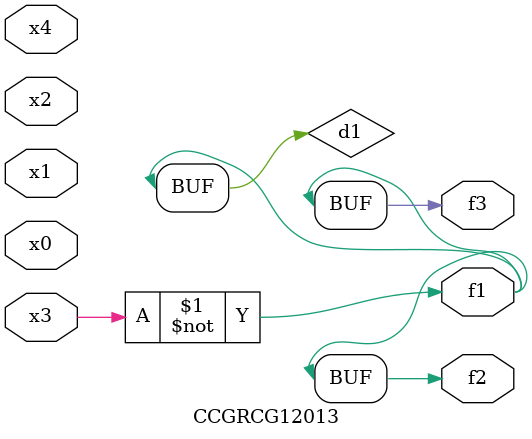
<source format=v>
module CCGRCG12013(
	input x0, x1, x2, x3, x4,
	output f1, f2, f3
);

	wire d1, d2;

	xnor (d1, x3);
	not (d2, x1);
	assign f1 = d1;
	assign f2 = d1;
	assign f3 = d1;
endmodule

</source>
